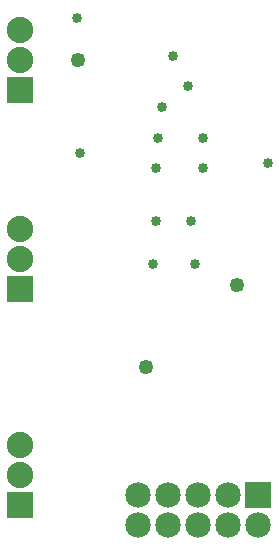
<source format=gbs>
G04 MADE WITH FRITZING*
G04 WWW.FRITZING.ORG*
G04 DOUBLE SIDED*
G04 HOLES PLATED*
G04 CONTOUR ON CENTER OF CONTOUR VECTOR*
%ASAXBY*%
%FSLAX23Y23*%
%MOIN*%
%OFA0B0*%
%SFA1.0B1.0*%
%ADD10C,0.088000*%
%ADD11C,0.085000*%
%ADD12C,0.033622*%
%ADD13C,0.049370*%
%ADD14R,0.088000X0.088000*%
%ADD15R,0.085000X0.085000*%
%LNMASK0*%
G90*
G70*
G54D10*
X110Y143D03*
X110Y243D03*
X110Y343D03*
X110Y143D03*
X110Y243D03*
X110Y343D03*
X110Y1528D03*
X110Y1628D03*
X110Y1728D03*
X110Y1528D03*
X110Y1628D03*
X110Y1728D03*
X110Y863D03*
X110Y963D03*
X110Y1063D03*
X110Y863D03*
X110Y963D03*
X110Y1063D03*
G54D11*
X904Y176D03*
X904Y76D03*
X804Y176D03*
X804Y76D03*
X704Y176D03*
X704Y76D03*
X604Y176D03*
X604Y76D03*
X504Y176D03*
X504Y76D03*
G54D12*
X937Y1284D03*
X311Y1316D03*
G54D13*
X531Y603D03*
X834Y875D03*
G54D12*
X571Y1367D03*
X720Y1367D03*
X563Y1265D03*
X720Y1265D03*
X681Y1091D03*
X563Y1091D03*
X583Y1470D03*
X670Y1540D03*
X554Y945D03*
X693Y945D03*
X622Y1639D03*
G54D13*
X303Y1627D03*
G54D12*
X299Y1765D03*
G54D14*
X110Y143D03*
X110Y143D03*
X110Y1528D03*
X110Y1528D03*
X110Y863D03*
X110Y863D03*
G54D15*
X904Y176D03*
G04 End of Mask0*
M02*
</source>
